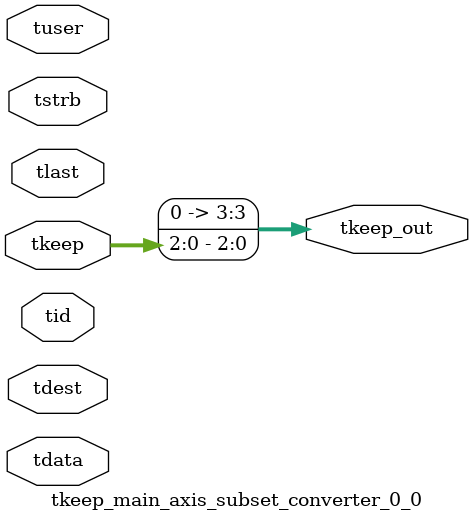
<source format=v>


`timescale 1ps/1ps

module tkeep_main_axis_subset_converter_0_0 #
(
parameter C_S_AXIS_TDATA_WIDTH = 32,
parameter C_S_AXIS_TUSER_WIDTH = 0,
parameter C_S_AXIS_TID_WIDTH   = 0,
parameter C_S_AXIS_TDEST_WIDTH = 0,
parameter C_M_AXIS_TDATA_WIDTH = 32
)
(
input  [(C_S_AXIS_TDATA_WIDTH == 0 ? 1 : C_S_AXIS_TDATA_WIDTH)-1:0     ] tdata,
input  [(C_S_AXIS_TUSER_WIDTH == 0 ? 1 : C_S_AXIS_TUSER_WIDTH)-1:0     ] tuser,
input  [(C_S_AXIS_TID_WIDTH   == 0 ? 1 : C_S_AXIS_TID_WIDTH)-1:0       ] tid,
input  [(C_S_AXIS_TDEST_WIDTH == 0 ? 1 : C_S_AXIS_TDEST_WIDTH)-1:0     ] tdest,
input  [(C_S_AXIS_TDATA_WIDTH/8)-1:0 ] tkeep,
input  [(C_S_AXIS_TDATA_WIDTH/8)-1:0 ] tstrb,
input                                                                    tlast,
output [(C_M_AXIS_TDATA_WIDTH/8)-1:0 ] tkeep_out
);

assign tkeep_out = {tkeep[2:0]};

endmodule


</source>
